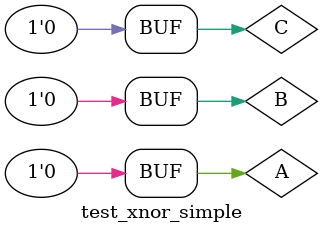
<source format=v>
`timescale 1ns / 1ps

module test_xnor_simple();
  reg A, B, C;
  wire F, F1;
  
  xnor_simple xsi(A, B, C, F);
  xnor_sop xso(A, B, C, F1);
  
  initial begin
    A = 1'b1;B = 1'b1;C = 1'b1;
  #100;
    A = 1'b1;B = 1'b1;C = 1'b0;
  #100;
    A = 1'b1;B = 1'b0;C = 1'b1;
  #100;  
    A = 1'b1;B = 1'b0;C = 1'b0;
  #100;
    A = 1'b0;B = 1'b1;C = 1'b1;
  #100;
    A = 1'b0;B = 1'b1;C = 1'b0;
  #100;
    A = 1'b0;B = 1'b0;C = 1'b1;
  #100;
    A = 1'b0;B = 1'b0;C = 1'b0;
  #100;
  end
endmodule

</source>
